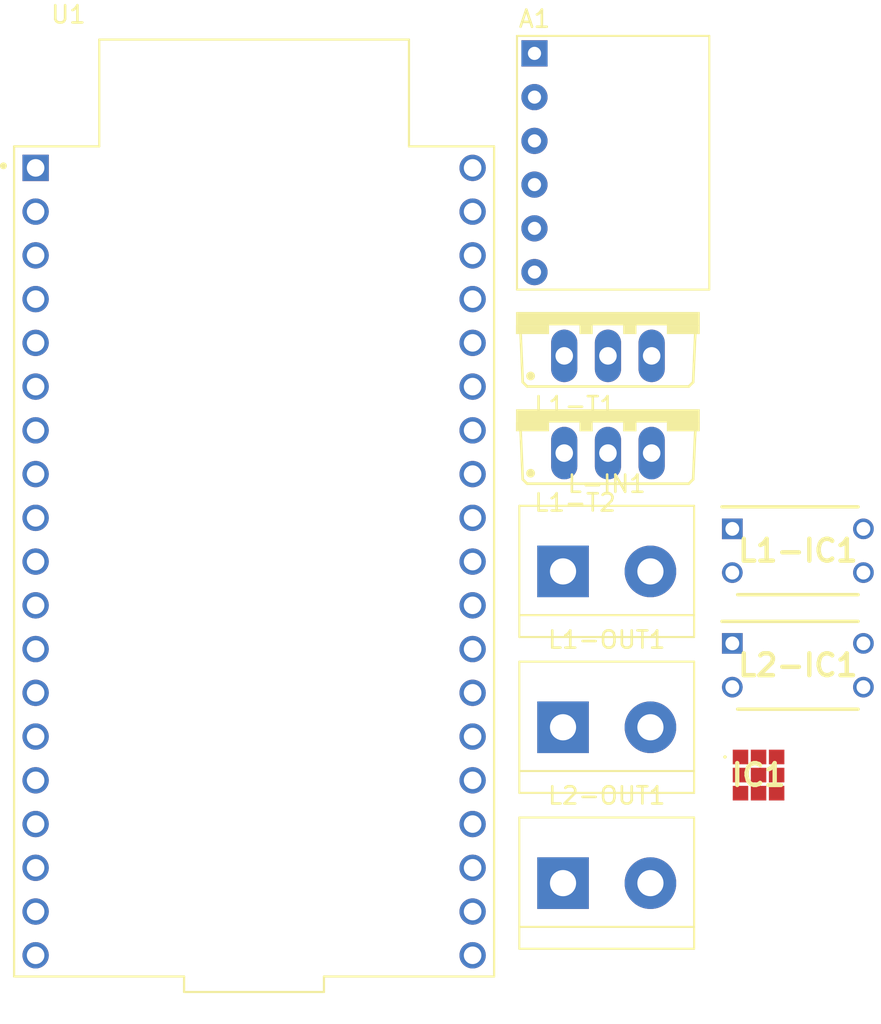
<source format=kicad_pcb>
(kicad_pcb (version 20221018) (generator pcbnew)
  (layers (0 "F.Cu" signal) (31 "B.Cu" signal) (34 "B.Paste" user) (35 "F.Paste" user) (36 "B.SilkS" user "B.Silkscreen") (37 "F.SilkS" user "F.Silkscreen") (38 "B.Mask" user) (39 "F.Mask" user) (44 "Edge.Cuts" user))
  (net 0 "")
  (net 1 "Net-(A1-VCC)")
  (net 2 "Net-(A1-GND)")
  (net 3 "/SCL")
  (net 4 "/SDA")
  (net 12 "/12V")
  (net 13 "/GND")
  (net 14 "Net-(L1-IC1-A)")
  (net 15 "Net-(L1-IC1-K)")
  (net 16 "Net-(L1-IC1-E)")
  (net 17 "Net-(L1-OUT1-Pin_2)")
  (net 18 "Net-(L2-OUT1-Pin_2)")
  (net 19 "Net-(L2-IC1-E)")
  (net 20 "Net-(L2-IC1-A)")
  (net 24 "Net-(U1-IO34)")
  (net 25 "Net-(U1-IO35)")
  (footprint "ESP32-DEVKITC-32U:MODULE_ESP32-DEVKITC-32U" (layer "F.Cu") (at 119.49 83.065)
    (fp_text reference "U1" (at -10.795 -31.75) (layer "F.SilkS"))
    (fp_text value "ESP32-DEVKITC-32U")
    (fp_line (start -13.95 -24.1) (end -13.95 24.1) (stroke (width 0.127)) (layer "F.SilkS"))
    (fp_line (start -13.95 24.1) (end -4.07 24.1) (stroke (width 0.127)) (layer "F.SilkS"))
    (fp_line (start -9 -30.3) (end 9 -30.3) (stroke (width 0.127)) (layer "F.SilkS"))
    (fp_line (start -9 -24.1) (end -13.95 -24.1) (stroke (width 0.127)) (layer "F.SilkS"))
    (fp_line (start -9 -24.1) (end -9 -30.3) (stroke (width 0.127)) (layer "F.SilkS"))
    (fp_line (start -4.07 24.1) (end -4.07 25) (stroke (width 0.127)) (layer "F.SilkS"))
    (fp_line (start -4.07 25) (end 4.06 25) (stroke (width 0.127)) (layer "F.SilkS"))
    (fp_line (start 4.06 24.1) (end 13.95 24.1) (stroke (width 0.127)) (layer "F.SilkS"))
    (fp_line (start 4.06 25) (end 4.06 24.1) (stroke (width 0.127)) (layer "F.SilkS"))
    (fp_line (start 9 -30.3) (end 9 -24.1) (stroke (width 0.127)) (layer "F.SilkS"))
    (fp_line (start 13.95 -24.1) (end 9 -24.1) (stroke (width 0.127)) (layer "F.SilkS"))
    (fp_line (start 13.95 24.1) (end 13.95 -24.1) (stroke (width 0.127)) (layer "F.SilkS"))
    (fp_circle (center -14.57 -22.97) (end -14.47 -22.97) (stroke (width 0.2)) (fill none) (layer "F.SilkS"))
    (pad "1" thru_hole rect (at -12.7 -22.85) (size 1.53 1.53) (drill 1.02) (layers "*.Cu" "*.Mask") (net 1 "Net-(A1-VCC)"))
    (pad "2" thru_hole circle (at -12.7 -20.31) (size 1.53 1.53) (drill 1.02) (layers "*.Cu" "*.Mask"))
    (pad "3" thru_hole circle (at -12.7 -17.77) (size 1.53 1.53) (drill 1.02) (layers "*.Cu" "*.Mask"))
    (pad "4" thru_hole circle (at -12.7 -15.23) (size 1.53 1.53) (drill 1.02) (layers "*.Cu" "*.Mask"))
    (pad "5" thru_hole circle (at -12.7 -12.69) (size 1.53 1.53) (drill 1.02) (layers "*.Cu" "*.Mask") (net 24 "Net-(U1-IO34)"))
    (pad "6" thru_hole circle (at -12.7 -10.15) (size 1.53 1.53) (drill 1.02) (layers "*.Cu" "*.Mask") (net 25 "Net-(U1-IO35)"))
    (pad "7" thru_hole circle (at -12.7 -7.61) (size 1.53 1.53) (drill 1.02) (layers "*.Cu" "*.Mask"))
    (pad "8" thru_hole circle (at -12.7 -5.07) (size 1.53 1.53) (drill 1.02) (layers "*.Cu" "*.Mask"))
    (pad "9" thru_hole circle (at -12.7 -2.53) (size 1.53 1.53) (drill 1.02) (layers "*.Cu" "*.Mask"))
    (pad "10" thru_hole circle (at -12.7 0.01) (size 1.53 1.53) (drill 1.02) (layers "*.Cu" "*.Mask"))
    (pad "11" thru_hole circle (at -12.7 2.55) (size 1.53 1.53) (drill 1.02) (layers "*.Cu" "*.Mask"))
    (pad "12" thru_hole circle (at -12.7 5.09) (size 1.53 1.53) (drill 1.02) (layers "*.Cu" "*.Mask"))
    (pad "13" thru_hole circle (at -12.7 7.63) (size 1.53 1.53) (drill 1.02) (layers "*.Cu" "*.Mask"))
    (pad "14" thru_hole circle (at -12.7 10.17) (size 1.53 1.53) (drill 1.02) (layers "*.Cu" "*.Mask") (net 15 "Net-(L1-IC1-K)"))
    (pad "15" thru_hole circle (at -12.7 12.71) (size 1.53 1.53) (drill 1.02) (layers "*.Cu" "*.Mask"))
    (pad "16" thru_hole circle (at -12.7 15.25) (size 1.53 1.53) (drill 1.02) (layers "*.Cu" "*.Mask"))
    (pad "17" thru_hole circle (at -12.7 17.79) (size 1.53 1.53) (drill 1.02) (layers "*.Cu" "*.Mask"))
    (pad "18" thru_hole circle (at -12.7 20.33) (size 1.53 1.53) (drill 1.02) (layers "*.Cu" "*.Mask"))
    (pad "19" thru_hole circle (at -12.7 22.87) (size 1.53 1.53) (drill 1.02) (layers "*.Cu" "*.Mask"))
    (pad "20" thru_hole circle (at 12.7 22.87) (size 1.53 1.53) (drill 1.02) (layers "*.Cu" "*.Mask"))
    (pad "21" thru_hole circle (at 12.7 20.33) (size 1.53 1.53) (drill 1.02) (layers "*.Cu" "*.Mask"))
    (pad "22" thru_hole circle (at 12.7 17.79) (size 1.53 1.53) (drill 1.02) (layers "*.Cu" "*.Mask"))
    (pad "23" thru_hole circle (at 12.7 15.25) (size 1.53 1.53) (drill 1.02) (layers "*.Cu" "*.Mask"))
    (pad "24" thru_hole circle (at 12.7 12.71) (size 1.53 1.53) (drill 1.02) (layers "*.Cu" "*.Mask"))
    (pad "25" thru_hole circle (at 12.7 10.17) (size 1.53 1.53) (drill 1.02) (layers "*.Cu" "*.Mask"))
    (pad "26" thru_hole circle (at 12.7 7.63) (size 1.53 1.53) (drill 1.02) (layers "*.Cu" "*.Mask"))
    (pad "27" thru_hole circle (at 12.7 5.09) (size 1.53 1.53) (drill 1.02) (layers "*.Cu" "*.Mask"))
    (pad "28" thru_hole circle (at 12.7 2.55) (size 1.53 1.53) (drill 1.02) (layers "*.Cu" "*.Mask"))
    (pad "29" thru_hole circle (at 12.7 0.01) (size 1.53 1.53) (drill 1.02) (layers "*.Cu" "*.Mask"))
    (pad "30" thru_hole circle (at 12.7 -2.53) (size 1.53 1.53) (drill 1.02) (layers "*.Cu" "*.Mask"))
    (pad "31" thru_hole circle (at 12.7 -5.07) (size 1.53 1.53) (drill 1.02) (layers "*.Cu" "*.Mask"))
    (pad "32" thru_hole circle (at 12.7 -7.61) (size 1.53 1.53) (drill 1.02) (layers "*.Cu" "*.Mask"))
    (pad "33" thru_hole circle (at 12.7 -10.15) (size 1.53 1.53) (drill 1.02) (layers "*.Cu" "*.Mask") (net 4 "/SDA"))
    (pad "34" thru_hole circle (at 12.7 -12.69) (size 1.53 1.53) (drill 1.02) (layers "*.Cu" "*.Mask"))
    (pad "35" thru_hole circle (at 12.7 -15.23) (size 1.53 1.53) (drill 1.02) (layers "*.Cu" "*.Mask"))
    (pad "36" thru_hole circle (at 12.7 -17.77) (size 1.53 1.53) (drill 1.02) (layers "*.Cu" "*.Mask") (net 3 "/SCL"))
    (pad "37" thru_hole circle (at 12.7 -20.31) (size 1.53 1.53) (drill 1.02) (layers "*.Cu" "*.Mask"))
    (pad "38" thru_hole circle (at 12.7 -22.85) (size 1.53 1.53) (drill 1.02) (layers "*.Cu" "*.Mask") (net 2 "Net-(A1-GND)"))
  )
  (footprint "TLP621:DIP762W60P254L460H450Q4N" (layer "F.Cu") (at 151.095 82.445)
    (fp_text reference "L1-IC1" (at 0 0) (layer "F.SilkS") (effects (font (size 1.27 1.27) (thickness 0.254))))
    (fp_text value "TLP621" hide)
    (fp_line (start -4.41 -2.55) (end 3.5 -2.55) (stroke (width 0.2)) (layer "F.SilkS"))
    (fp_line (start -3.5 2.55) (end 3.5 2.55) (stroke (width 0.2)) (layer "F.SilkS"))
    (pad "1" thru_hole rect (at -3.81 -1.27) (size 1.2 1.2) (drill 0.8) (layers "*.Cu" "*.Mask") (net 14 "Net-(L1-IC1-A)"))
    (pad "2" thru_hole circle (at -3.81 1.27) (size 1.2 1.2) (drill 0.8) (layers "*.Cu" "*.Mask") (net 15 "Net-(L1-IC1-K)"))
    (pad "3" thru_hole circle (at 3.81 1.27) (size 1.2 1.2) (drill 0.8) (layers "*.Cu" "*.Mask") (net 16 "Net-(L1-IC1-E)"))
    (pad "4" thru_hole circle (at 3.81 -1.27) (size 1.2 1.2) (drill 0.8) (layers "*.Cu" "*.Mask") (net 12 "/12V"))
  )
  (footprint "TerminalBlock:TerminalBlock_bornier-2_P5.08mm" (layer "F.Cu") (at 137.445 92.695)
    (fp_text reference "L1-OUT1" (at 2.54 -5.08) (layer "F.SilkS"))
    (fp_text value "Screw_Terminal_01x02")
    (fp_line (start -2.54 -3.81) (end -2.54 3.81) (stroke (width 0.12)) (layer "F.SilkS"))
    (fp_line (start -2.54 3.81) (end 7.62 3.81) (stroke (width 0.12)) (layer "F.SilkS"))
    (fp_line (start 7.62 -3.81) (end -2.54 -3.81) (stroke (width 0.12)) (layer "F.SilkS"))
    (fp_line (start 7.62 2.54) (end -2.54 2.54) (stroke (width 0.12)) (layer "F.SilkS"))
    (fp_line (start 7.62 3.81) (end 7.62 -3.81) (stroke (width 0.12)) (layer "F.SilkS"))
    (pad "1" thru_hole rect (at 0 0) (size 3 3) (drill 1.52) (layers "*.Cu" "*.Mask") (net 12 "/12V"))
    (pad "2" thru_hole circle (at 5.08 0) (size 3 3) (drill 1.52) (layers "*.Cu" "*.Mask") (net 17 "Net-(L1-OUT1-Pin_2)"))
  )
  (footprint "TerminalBlock:TerminalBlock_bornier-2_P5.08mm" (layer "F.Cu") (at 137.445 83.645)
    (fp_text reference "L-IN1" (at 2.54 -5.08) (layer "F.SilkS"))
    (fp_text value "Screw_Terminal_01x02")
    (fp_line (start -2.54 -3.81) (end -2.54 3.81) (stroke (width 0.12)) (layer "F.SilkS"))
    (fp_line (start -2.54 3.81) (end 7.62 3.81) (stroke (width 0.12)) (layer "F.SilkS"))
    (fp_line (start 7.62 -3.81) (end -2.54 -3.81) (stroke (width 0.12)) (layer "F.SilkS"))
    (fp_line (start 7.62 2.54) (end -2.54 2.54) (stroke (width 0.12)) (layer "F.SilkS"))
    (fp_line (start 7.62 3.81) (end 7.62 -3.81) (stroke (width 0.12)) (layer "F.SilkS"))
    (pad "1" thru_hole rect (at 0 0) (size 3 3) (drill 1.52) (layers "*.Cu" "*.Mask") (net 12 "/12V"))
    (pad "2" thru_hole circle (at 5.08 0) (size 3 3) (drill 1.52) (layers "*.Cu" "*.Mask") (net 13 "/GND"))
  )
  (footprint "TerminalBlock:TerminalBlock_bornier-2_P5.08mm" (layer "F.Cu") (at 137.445 101.745)
    (fp_text reference "L2-OUT1" (at 2.54 -5.08) (layer "F.SilkS"))
    (fp_text value "Screw_Terminal_01x02")
    (fp_line (start -2.54 -3.81) (end -2.54 3.81) (stroke (width 0.12)) (layer "F.SilkS"))
    (fp_line (start -2.54 3.81) (end 7.62 3.81) (stroke (width 0.12)) (layer "F.SilkS"))
    (fp_line (start 7.62 -3.81) (end -2.54 -3.81) (stroke (width 0.12)) (layer "F.SilkS"))
    (fp_line (start 7.62 2.54) (end -2.54 2.54) (stroke (width 0.12)) (layer "F.SilkS"))
    (fp_line (start 7.62 3.81) (end 7.62 -3.81) (stroke (width 0.12)) (layer "F.SilkS"))
    (pad "1" thru_hole rect (at 0 0) (size 3 3) (drill 1.52) (layers "*.Cu" "*.Mask") (net 12 "/12V"))
    (pad "2" thru_hole circle (at 5.08 0) (size 3 3) (drill 1.52) (layers "*.Cu" "*.Mask") (net 18 "Net-(L2-OUT1-Pin_2)"))
  )
  (footprint "Charleslabs_Parts:BMP280_Module" (layer "F.Cu") (at 135.786 53.566)
    (fp_text reference "A1" (at 0 -2) (layer "F.SilkS"))
    (fp_text value "BMP280_Module")
    (fp_line (start -1.016 -1.016) (end 10.16 -1.016) (stroke (width 0.12)) (layer "F.SilkS"))
    (fp_line (start -1.016 13.716) (end -1.016 -1.016) (stroke (width 0.12)) (layer "F.SilkS"))
    (fp_line (start 10.16 -1.016) (end 10.16 13.716) (stroke (width 0.12)) (layer "F.SilkS"))
    (fp_line (start 10.16 13.716) (end -1.016 13.716) (stroke (width 0.12)) (layer "F.SilkS"))
    (pad "1" thru_hole rect (at 0 0) (size 1.524 1.524) (drill 0.762) (layers "*.Cu" "*.Mask") (net 1 "Net-(A1-VCC)"))
    (pad "2" thru_hole circle (at 0 2.54) (size 1.524 1.524) (drill 0.762) (layers "*.Cu" "*.Mask") (net 2 "Net-(A1-GND)"))
    (pad "3" thru_hole circle (at 0 5.08) (size 1.524 1.524) (drill 0.762) (layers "*.Cu" "*.Mask") (net 3 "/SCL"))
    (pad "4" thru_hole circle (at 0 7.62) (size 1.524 1.524) (drill 0.762) (layers "*.Cu" "*.Mask") (net 4 "/SDA"))
    (pad "5" thru_hole circle (at 0 10.16) (size 1.524 1.524) (drill 0.762) (layers "*.Cu" "*.Mask"))
    (pad "6" thru_hole circle (at 0 12.7) (size 1.524 1.524) (drill 0.762) (layers "*.Cu" "*.Mask"))
  )
  (footprint "IRF520:TO220BV" (layer "F.Cu") (at 140.05567 68.59)
    (fp_text reference "L1-T1" (at -1.90846 5.42001) (layer "F.SilkS") (effects (font (size 1.001811 1.001811))))
    (fp_text value "IRF520")
    (fp_line (start -4.953 4.064) (end -5.08 1.143) (stroke (width 0.1524)) (layer "F.SilkS"))
    (fp_line (start -4.953 4.064) (end -4.699 4.318) (stroke (width 0.1524)) (layer "F.SilkS"))
    (fp_line (start 4.699 4.318) (end -4.699 4.318) (stroke (width 0.1524)) (layer "F.SilkS"))
    (fp_line (start 4.699 4.318) (end 4.953 4.064) (stroke (width 0.1524)) (layer "F.SilkS"))
    (fp_line (start 5.08 1.143) (end 4.953 4.064) (stroke (width 0.1524)) (layer "F.SilkS"))
    (fp_circle (center -4.4958 3.7084) (end -4.2418 3.7084) (fill solid) (layer "F.SilkS"))
    (fp_poly (pts (xy -5.34067 0.762) (xy -3.429 0.762) (xy -3.429 1.27159) (xy -5.34067 1.27159)) (stroke (width 0.01)) (fill solid) (layer "F.SilkS"))
    (fp_poly (pts (xy -5.33557 0) (xy 5.334 0) (xy 5.334 0.762224) (xy -5.33557 0.762224)) (stroke (width 0.01)) (fill solid) (layer "F.SilkS"))
    (fp_poly (pts (xy -1.65338 0.762) (xy -0.889 0.762) (xy -0.889 1.27183) (xy -1.65338 1.27183)) (stroke (width 0.01)) (fill solid) (layer "F.SilkS"))
    (fp_poly (pts (xy 0.890755 0.762) (xy 1.651 0.762) (xy 1.651 1.27251) (xy 0.890755 1.27251)) (stroke (width 0.01)) (fill solid) (layer "F.SilkS"))
    (fp_poly (pts (xy 3.43047 0.762) (xy 5.334 0.762) (xy 5.334 1.27054) (xy 3.43047 1.27054)) (stroke (width 0.01)) (fill solid) (layer "F.SilkS"))
    (pad "D" thru_hole oval (at 0 2.54) (size 1.524 3.048) (drill 1.016) (layers "*.Cu" "*.Mask") (net 18 "Net-(L2-OUT1-Pin_2)"))
    (pad "G" thru_hole oval (at -2.54 2.54) (size 1.524 3.048) (drill 1.016) (layers "*.Cu" "*.Mask") (net 19 "Net-(L2-IC1-E)"))
    (pad "S" thru_hole oval (at 2.54 2.54) (size 1.524 3.048) (drill 1.016) (layers "*.Cu" "*.Mask") (net 13 "/GND"))
  )
  (footprint "TLP621:DIP762W60P254L460H450Q4N" (layer "F.Cu") (at 151.095 89.095)
    (fp_text reference "L2-IC1" (at 0 0) (layer "F.SilkS") (effects (font (size 1.27 1.27) (thickness 0.254))))
    (fp_text value "TLP621" hide)
    (fp_line (start -4.41 -2.55) (end 3.5 -2.55) (stroke (width 0.2)) (layer "F.SilkS"))
    (fp_line (start -3.5 2.55) (end 3.5 2.55) (stroke (width 0.2)) (layer "F.SilkS"))
    (pad "1" thru_hole rect (at -3.81 -1.27) (size 1.2 1.2) (drill 0.8) (layers "*.Cu" "*.Mask") (net 20 "Net-(L2-IC1-A)"))
    (pad "2" thru_hole circle (at -3.81 1.27) (size 1.2 1.2) (drill 0.8) (layers "*.Cu" "*.Mask") (net 15 "Net-(L1-IC1-K)"))
    (pad "3" thru_hole circle (at 3.81 1.27) (size 1.2 1.2) (drill 0.8) (layers "*.Cu" "*.Mask") (net 19 "Net-(L2-IC1-E)"))
    (pad "4" thru_hole circle (at 3.81 -1.27) (size 1.2 1.2) (drill 0.8) (layers "*.Cu" "*.Mask") (net 12 "/12V"))
  )
  (footprint "ENS160:ENS160BGLT" (layer "F.Cu") (at 148.81 95.47)
    (fp_text reference "IC1" (at 0 0) (layer "F.SilkS") (effects (font (size 1.27 1.27) (thickness 0.254))))
    (fp_text value "ENS160-BGLT" hide)
    (fp_line (start -2 -1.05) (end -2 -1.05) (stroke (width 0.1)) (layer "F.SilkS"))
    (fp_line (start -1.9 -1.05) (end -1.9 -1.05) (stroke (width 0.1)) (layer "F.SilkS"))
    (fp_arc (start -2 -1.05) (mid -1.95 -1.1) (end -1.9 -1.05) (stroke (width 0.1)) (layer "F.SilkS"))
    (fp_arc (start -1.9 -1.05) (mid -1.95 -1) (end -2 -1.05) (stroke (width 0.1)) (layer "F.SilkS"))
    (pad "1" smd rect (at -1.05 -1.05 90) (size 0.85 0.9) (layers "F.Cu" "F.Paste" "F.Mask") (net 4 "/SDA"))
    (pad "2" smd rect (at -1.05 0 90) (size 0.85 0.9) (layers "F.Cu" "F.Paste" "F.Mask") (net 3 "/SCL"))
    (pad "3" smd rect (at -1.05 1.05 90) (size 0.85 0.9) (layers "F.Cu" "F.Paste" "F.Mask"))
    (pad "4" smd rect (at 0 1.05 90) (size 0.85 0.9) (layers "F.Cu" "F.Paste" "F.Mask"))
    (pad "5" smd rect (at 1.05 1.05 90) (size 0.85 0.9) (layers "F.Cu" "F.Paste" "F.Mask") (net 1 "Net-(A1-VCC)"))
    (pad "6" smd rect (at 1.05 0 90) (size 0.85 0.9) (layers "F.Cu" "F.Paste" "F.Mask"))
    (pad "7" smd rect (at 1.05 -1.05 90) (size 0.85 0.9) (layers "F.Cu" "F.Paste" "F.Mask"))
    (pad "8" smd rect (at 0 -1.05 90) (size 0.85 0.9) (layers "F.Cu" "F.Paste" "F.Mask") (net 2 "Net-(A1-GND)"))
    (pad "9" smd rect (at 0 0 90) (size 0.85 0.9) (layers "F.Cu" "F.Paste" "F.Mask"))
  )
  (footprint "IRF520:TO220BV" (layer "F.Cu") (at 140.05567 74.2342)
    (fp_text reference "L1-T2" (at -1.90846 5.42001) (layer "F.SilkS") (effects (font (size 1.001811 1.001811))))
    (fp_text value "IRF520")
    (fp_line (start -4.953 4.064) (end -5.08 1.143) (stroke (width 0.1524)) (layer "F.SilkS"))
    (fp_line (start -4.953 4.064) (end -4.699 4.318) (stroke (width 0.1524)) (layer "F.SilkS"))
    (fp_line (start 4.699 4.318) (end -4.699 4.318) (stroke (width 0.1524)) (layer "F.SilkS"))
    (fp_line (start 4.699 4.318) (end 4.953 4.064) (stroke (width 0.1524)) (layer "F.SilkS"))
    (fp_line (start 5.08 1.143) (end 4.953 4.064) (stroke (width 0.1524)) (layer "F.SilkS"))
    (fp_circle (center -4.4958 3.7084) (end -4.2418 3.7084) (fill solid) (layer "F.SilkS"))
    (fp_poly (pts (xy -5.34067 0.762) (xy -3.429 0.762) (xy -3.429 1.27159) (xy -5.34067 1.27159)) (stroke (width 0.01)) (fill solid) (layer "F.SilkS"))
    (fp_poly (pts (xy -5.33557 0) (xy 5.334 0) (xy 5.334 0.762224) (xy -5.33557 0.762224)) (stroke (width 0.01)) (fill solid) (layer "F.SilkS"))
    (fp_poly (pts (xy -1.65338 0.762) (xy -0.889 0.762) (xy -0.889 1.27183) (xy -1.65338 1.27183)) (stroke (width 0.01)) (fill solid) (layer "F.SilkS"))
    (fp_poly (pts (xy 0.890755 0.762) (xy 1.651 0.762) (xy 1.651 1.27251) (xy 0.890755 1.27251)) (stroke (width 0.01)) (fill solid) (layer "F.SilkS"))
    (fp_poly (pts (xy 3.43047 0.762) (xy 5.334 0.762) (xy 5.334 1.27054) (xy 3.43047 1.27054)) (stroke (width 0.01)) (fill solid) (layer "F.SilkS"))
    (pad "D" thru_hole oval (at 0 2.54) (size 1.524 3.048) (drill 1.016) (layers "*.Cu" "*.Mask") (net 17 "Net-(L1-OUT1-Pin_2)"))
    (pad "G" thru_hole oval (at -2.54 2.54) (size 1.524 3.048) (drill 1.016) (layers "*.Cu" "*.Mask") (net 16 "Net-(L1-IC1-E)"))
    (pad "S" thru_hole oval (at 2.54 2.54) (size 1.524 3.048) (drill 1.016) (layers "*.Cu" "*.Mask") (net 13 "/GND"))
  )
)
</source>
